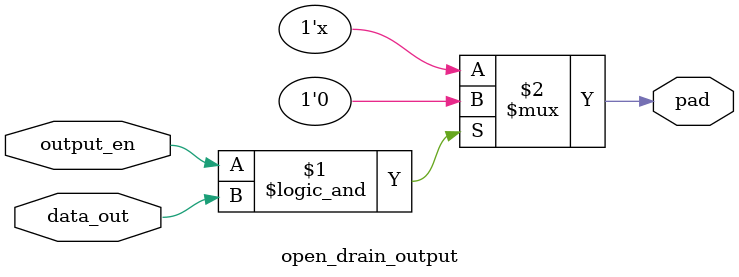
<source format=v>
`timescale 1ns / 1ps

module open_drain_output (
    input  wire       data_out,   // 想要送出的資料（1 或 0）
    input  wire       output_en,  // 輸出致能：1 = 驅動, 0 = 釋放（高阻抗）
    output wire       pad         // 連接到外部 bus 的 pad（open-drain）
);

	assign pad = (output_en && data_out) ? 1'b0 : 1'bz;

endmodule

</source>
